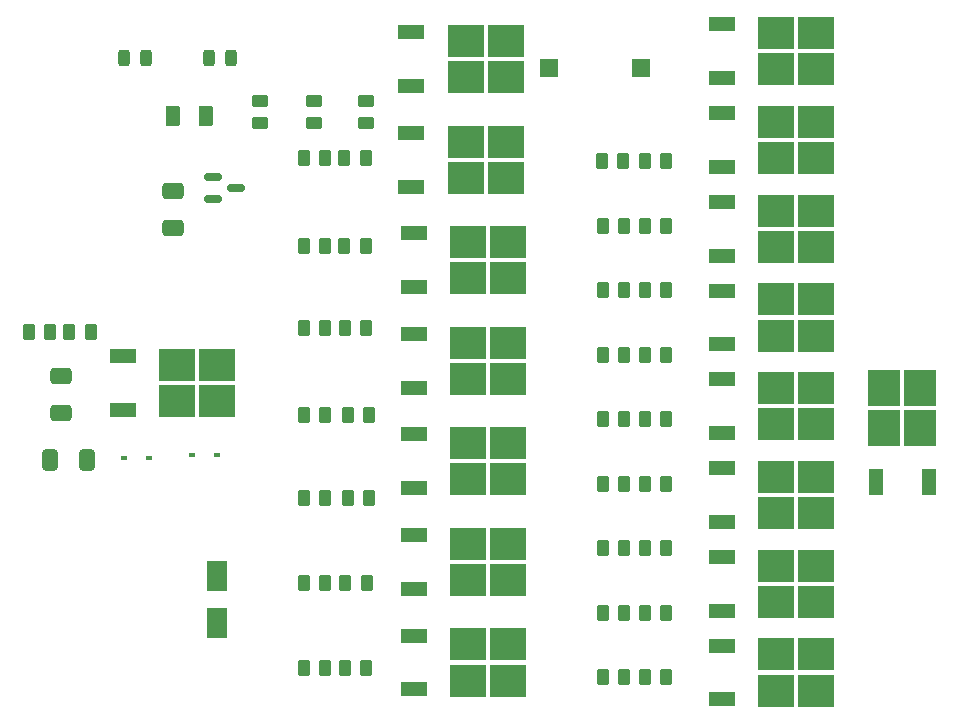
<source format=gbr>
%TF.GenerationSoftware,KiCad,Pcbnew,(6.0.10)*%
%TF.CreationDate,2023-03-20T01:14:19-04:00*%
%TF.ProjectId,pwm_pcb_larger,70776d5f-7063-4625-9f6c-61726765722e,rev?*%
%TF.SameCoordinates,Original*%
%TF.FileFunction,Paste,Top*%
%TF.FilePolarity,Positive*%
%FSLAX46Y46*%
G04 Gerber Fmt 4.6, Leading zero omitted, Abs format (unit mm)*
G04 Created by KiCad (PCBNEW (6.0.10)) date 2023-03-20 01:14:19*
%MOMM*%
%LPD*%
G01*
G04 APERTURE LIST*
G04 Aperture macros list*
%AMRoundRect*
0 Rectangle with rounded corners*
0 $1 Rounding radius*
0 $2 $3 $4 $5 $6 $7 $8 $9 X,Y pos of 4 corners*
0 Add a 4 corners polygon primitive as box body*
4,1,4,$2,$3,$4,$5,$6,$7,$8,$9,$2,$3,0*
0 Add four circle primitives for the rounded corners*
1,1,$1+$1,$2,$3*
1,1,$1+$1,$4,$5*
1,1,$1+$1,$6,$7*
1,1,$1+$1,$8,$9*
0 Add four rect primitives between the rounded corners*
20,1,$1+$1,$2,$3,$4,$5,0*
20,1,$1+$1,$4,$5,$6,$7,0*
20,1,$1+$1,$6,$7,$8,$9,0*
20,1,$1+$1,$8,$9,$2,$3,0*%
G04 Aperture macros list end*
%ADD10RoundRect,0.243750X0.243750X0.456250X-0.243750X0.456250X-0.243750X-0.456250X0.243750X-0.456250X0*%
%ADD11RoundRect,0.250000X-0.262500X-0.450000X0.262500X-0.450000X0.262500X0.450000X-0.262500X0.450000X0*%
%ADD12RoundRect,0.250000X0.412500X0.650000X-0.412500X0.650000X-0.412500X-0.650000X0.412500X-0.650000X0*%
%ADD13RoundRect,0.250000X0.262500X0.450000X-0.262500X0.450000X-0.262500X-0.450000X0.262500X-0.450000X0*%
%ADD14RoundRect,0.250000X0.450000X-0.262500X0.450000X0.262500X-0.450000X0.262500X-0.450000X-0.262500X0*%
%ADD15R,3.050000X2.750000*%
%ADD16R,2.200000X1.200000*%
%ADD17R,0.600000X0.450000*%
%ADD18RoundRect,0.250000X0.650000X-0.412500X0.650000X0.412500X-0.650000X0.412500X-0.650000X-0.412500X0*%
%ADD19RoundRect,0.150000X-0.587500X-0.150000X0.587500X-0.150000X0.587500X0.150000X-0.587500X0.150000X0*%
%ADD20R,2.750000X3.050000*%
%ADD21R,1.200000X2.200000*%
%ADD22R,1.800000X2.500000*%
%ADD23R,1.500000X1.500000*%
%ADD24RoundRect,0.250000X0.375000X0.625000X-0.375000X0.625000X-0.375000X-0.625000X0.375000X-0.625000X0*%
G04 APERTURE END LIST*
D10*
%TO.C,D2*%
X107137500Y-53000000D03*
X105262500Y-53000000D03*
%TD*%
%TO.C,D1*%
X99937500Y-53000000D03*
X98062500Y-53000000D03*
%TD*%
D11*
%TO.C,R13*%
X138637000Y-72644000D03*
X140462000Y-72644000D03*
%TD*%
D12*
%TO.C,C2*%
X94950000Y-87000000D03*
X91825000Y-87000000D03*
%TD*%
D11*
%TO.C,R26*%
X113291500Y-90254700D03*
X115116500Y-90254700D03*
%TD*%
D13*
%TO.C,R12*%
X144018000Y-67183000D03*
X142193000Y-67183000D03*
%TD*%
%TO.C,R7*%
X118545500Y-61468000D03*
X116720500Y-61468000D03*
%TD*%
D11*
%TO.C,R30*%
X113291500Y-104648000D03*
X115116500Y-104648000D03*
%TD*%
%TO.C,R17*%
X138637000Y-89027000D03*
X140462000Y-89027000D03*
%TD*%
D14*
%TO.C,R35*%
X118600000Y-58443500D03*
X118600000Y-56618500D03*
%TD*%
D11*
%TO.C,R25*%
X113291500Y-97451300D03*
X115116500Y-97451300D03*
%TD*%
D15*
%TO.C,Q1*%
X153325000Y-73417900D03*
X156675000Y-73417900D03*
X153325000Y-76467900D03*
X156675000Y-76467900D03*
D16*
X148700000Y-72662900D03*
X148700000Y-77222900D03*
%TD*%
D13*
%TO.C,R11*%
X144018000Y-61722000D03*
X142193000Y-61722000D03*
%TD*%
D17*
%TO.C,D3*%
X103850000Y-86600000D03*
X105950000Y-86600000D03*
%TD*%
D18*
%TO.C,C1*%
X102200000Y-67362500D03*
X102200000Y-64237500D03*
%TD*%
D19*
%TO.C,Q17*%
X105662500Y-63050000D03*
X105662500Y-64950000D03*
X107537500Y-64000000D03*
%TD*%
D11*
%TO.C,R14*%
X138637000Y-83566000D03*
X140462000Y-83566000D03*
%TD*%
D13*
%TO.C,R37*%
X91862500Y-76200000D03*
X90037500Y-76200000D03*
%TD*%
%TO.C,R36*%
X95262500Y-76200000D03*
X93437500Y-76200000D03*
%TD*%
D11*
%TO.C,R29*%
X113291500Y-83195500D03*
X115116500Y-83195500D03*
%TD*%
D15*
%TO.C,Q15*%
X130600000Y-80139500D03*
X127250000Y-77089500D03*
X127250000Y-80139500D03*
X130600000Y-77089500D03*
D16*
X122625000Y-76334500D03*
X122625000Y-80894500D03*
%TD*%
D17*
%TO.C,D5*%
X100200000Y-86800000D03*
X98100000Y-86800000D03*
%TD*%
D13*
%TO.C,R8*%
X118618000Y-75861300D03*
X116793000Y-75861300D03*
%TD*%
D15*
%TO.C,Q16*%
X127250000Y-105679000D03*
X127250000Y-102629000D03*
X130600000Y-102629000D03*
X130600000Y-105679000D03*
D16*
X122625000Y-101874000D03*
X122625000Y-106434000D03*
%TD*%
D15*
%TO.C,Q3*%
X130400000Y-54600000D03*
X127050000Y-54600000D03*
X130400000Y-51550000D03*
X127050000Y-51550000D03*
D16*
X122425000Y-50795000D03*
X122425000Y-55355000D03*
%TD*%
D15*
%TO.C,Q9*%
X156675000Y-88446400D03*
X153325000Y-91496400D03*
X156675000Y-91496400D03*
X153325000Y-88446400D03*
D16*
X148700000Y-87691400D03*
X148700000Y-92251400D03*
%TD*%
D15*
%TO.C,Q13*%
X130600000Y-97165800D03*
X127250000Y-94115800D03*
X130600000Y-94115800D03*
X127250000Y-97165800D03*
D16*
X122625000Y-93360800D03*
X122625000Y-97920800D03*
%TD*%
D13*
%TO.C,R20*%
X144018000Y-94488000D03*
X142193000Y-94488000D03*
%TD*%
D11*
%TO.C,R10*%
X138637000Y-67183000D03*
X140462000Y-67183000D03*
%TD*%
D13*
%TO.C,R16*%
X144018000Y-83566000D03*
X142193000Y-83566000D03*
%TD*%
D14*
%TO.C,R33*%
X109600000Y-58467000D03*
X109600000Y-56642000D03*
%TD*%
D20*
%TO.C,Q12*%
X165525000Y-80925000D03*
X162475000Y-80925000D03*
X162475000Y-84275000D03*
X165525000Y-84275000D03*
D21*
X161720000Y-88900000D03*
X166280000Y-88900000D03*
%TD*%
D13*
%TO.C,R28*%
X118872000Y-90254700D03*
X117047000Y-90254700D03*
%TD*%
D15*
%TO.C,Q6*%
X156675000Y-58389300D03*
X156675000Y-61439300D03*
X153325000Y-61439300D03*
X153325000Y-58389300D03*
D16*
X148700000Y-57634300D03*
X148700000Y-62194300D03*
%TD*%
D15*
%TO.C,Q4*%
X127250000Y-68576300D03*
X127250000Y-71626300D03*
X130600000Y-71626300D03*
X130600000Y-68576300D03*
D16*
X122625000Y-67821300D03*
X122625000Y-72381300D03*
%TD*%
D11*
%TO.C,R18*%
X138637000Y-94488000D03*
X140462000Y-94488000D03*
%TD*%
D22*
%TO.C,D4*%
X106000000Y-96800000D03*
X106000000Y-100800000D03*
%TD*%
D15*
%TO.C,Q5*%
X153325000Y-53925000D03*
X156675000Y-50875000D03*
X153325000Y-50875000D03*
X156675000Y-53925000D03*
D16*
X148700000Y-50120000D03*
X148700000Y-54680000D03*
%TD*%
D11*
%TO.C,R6*%
X113291500Y-75861300D03*
X115116500Y-75861300D03*
%TD*%
D13*
%TO.C,R31*%
X118872000Y-83195500D03*
X117047000Y-83195500D03*
%TD*%
D15*
%TO.C,Q10*%
X153325000Y-99010700D03*
X156675000Y-99010700D03*
X156675000Y-95960700D03*
X153325000Y-95960700D03*
D16*
X148700000Y-95205700D03*
X148700000Y-99765700D03*
%TD*%
D13*
%TO.C,R15*%
X144018000Y-72644000D03*
X142193000Y-72644000D03*
%TD*%
%TO.C,R4*%
X118578500Y-68893800D03*
X116753500Y-68893800D03*
%TD*%
D15*
%TO.C,U2*%
X102600000Y-79000000D03*
X105950000Y-79000000D03*
X102600000Y-82050000D03*
X105950000Y-82050000D03*
D16*
X97975000Y-78245000D03*
X97975000Y-82805000D03*
%TD*%
D13*
%TO.C,R23*%
X144018000Y-99949000D03*
X142193000Y-99949000D03*
%TD*%
D18*
%TO.C,C3*%
X92750000Y-83000000D03*
X92750000Y-79875000D03*
%TD*%
D15*
%TO.C,Q8*%
X156675000Y-80932100D03*
X153325000Y-80932100D03*
X156675000Y-83982100D03*
X153325000Y-83982100D03*
D16*
X148700000Y-80177100D03*
X148700000Y-84737100D03*
%TD*%
D11*
%TO.C,R2*%
X113291500Y-68893800D03*
X115116500Y-68893800D03*
%TD*%
%TO.C,R5*%
X113291500Y-61468000D03*
X115116500Y-61468000D03*
%TD*%
D13*
%TO.C,R19*%
X144018000Y-89027000D03*
X142193000Y-89027000D03*
%TD*%
D23*
%TO.C,SW1*%
X134100000Y-53800000D03*
X141900000Y-53800000D03*
%TD*%
D24*
%TO.C,F1*%
X105032000Y-57912000D03*
X102232000Y-57912000D03*
%TD*%
D15*
%TO.C,Q11*%
X153325000Y-103475000D03*
X156675000Y-103475000D03*
X156675000Y-106525000D03*
X153325000Y-106525000D03*
D16*
X148700000Y-102720000D03*
X148700000Y-107280000D03*
%TD*%
D15*
%TO.C,Q7*%
X156675000Y-65903600D03*
X156675000Y-68953600D03*
X153325000Y-65903600D03*
X153325000Y-68953600D03*
D16*
X148700000Y-65148600D03*
X148700000Y-69708600D03*
%TD*%
D15*
%TO.C,Q2*%
X127050000Y-63113200D03*
X127050000Y-60063200D03*
X130400000Y-60063200D03*
X130400000Y-63113200D03*
D16*
X122425000Y-59308200D03*
X122425000Y-63868200D03*
%TD*%
D14*
%TO.C,R34*%
X114200000Y-58467000D03*
X114200000Y-56642000D03*
%TD*%
D13*
%TO.C,R27*%
X118665000Y-97451300D03*
X116840000Y-97451300D03*
%TD*%
%TO.C,R32*%
X118594500Y-104648000D03*
X116769500Y-104648000D03*
%TD*%
D11*
%TO.C,R22*%
X138637000Y-105410000D03*
X140462000Y-105410000D03*
%TD*%
D15*
%TO.C,Q14*%
X127250000Y-85602700D03*
X127250000Y-88652700D03*
X130600000Y-88652700D03*
X130600000Y-85602700D03*
D16*
X122625000Y-84847700D03*
X122625000Y-89407700D03*
%TD*%
D13*
%TO.C,R24*%
X144018000Y-105410000D03*
X142193000Y-105410000D03*
%TD*%
D11*
%TO.C,R1*%
X138637000Y-78105000D03*
X140462000Y-78105000D03*
%TD*%
D13*
%TO.C,R3*%
X144018000Y-78105000D03*
X142193000Y-78105000D03*
%TD*%
D11*
%TO.C,R21*%
X138637000Y-99949000D03*
X140462000Y-99949000D03*
%TD*%
%TO.C,R9*%
X138533500Y-61722000D03*
X140358500Y-61722000D03*
%TD*%
M02*

</source>
